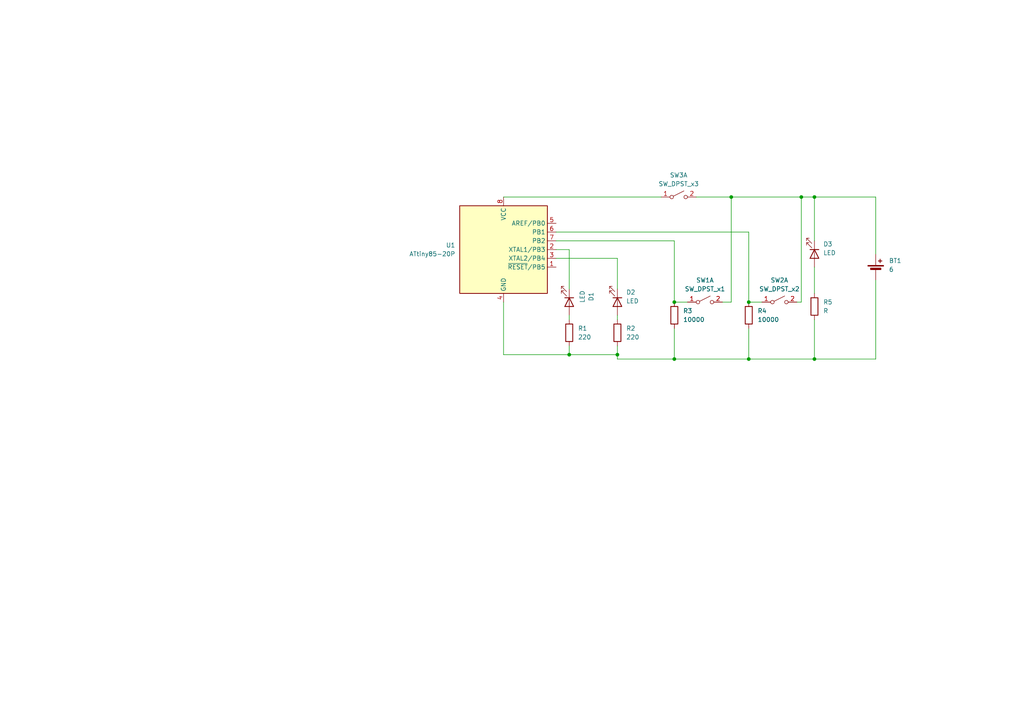
<source format=kicad_sch>
(kicad_sch (version 20231120) (generator "eeschema") (generator_version "8.0")
  (paper "A4")
  (lib_symbols
    (symbol "Device:Battery_Cell" (pin_numbers hide) (pin_names (offset 0) hide)
      (property "Reference" "BT" (at 2.54 2.54 0))
      (property "Value" "Battery_Cell" (at 2.54 0 0))
      (symbol "Battery_Cell_0_1"
        (rectangle (start -2.286 1.778) (end 2.286 1.524) (fill (type outline)))
        (rectangle (start -1.524 1.016) (end 1.524 0.508) (fill (type outline)))
        (polyline (pts (xy 0 0.762) (xy 0 0)))
        (polyline (pts (xy 0 1.778) (xy 0 2.54)))
        (polyline (pts (xy 0.762 3.048) (xy 1.778 3.048)) (stroke (width 0.254)))
        (polyline (pts (xy 1.27 3.556) (xy 1.27 2.54)) (stroke (width 0.254)))
      )
      (symbol "Battery_Cell_1_1"
        (pin passive line (at 0 5.08 270) (length 2.54) (name "+") (number "1"))
        (pin passive line (at 0 -2.54 90) (length 2.54) (name "-") (number "2"))
      )
    )
    (symbol "Device:LED" (pin_numbers hide) (pin_names (offset 1.016) hide)
      (property "Reference" "D" (at 0 2.54 0))
      (property "Value" "LED" (at 0 -2.54 0))
      (symbol "LED_0_1"
        (polyline (pts (xy -1.27 -1.27) (xy -1.27 1.27)) (stroke (width 0.254)))
        (polyline (pts (xy -1.27 0) (xy 1.27 0)))
        (polyline (pts (xy 1.27 -1.27) (xy 1.27 1.27) (xy -1.27 0) (xy 1.27 -1.27)) (stroke (width 0.254)))
        (polyline (pts (xy -3.048 -0.762) (xy -4.572 -2.286) (xy -3.81 -2.286) (xy -4.572 -2.286) (xy -4.572 -1.524)))
        (polyline (pts (xy -1.778 -0.762) (xy -3.302 -2.286) (xy -2.54 -2.286) (xy -3.302 -2.286) (xy -3.302 -1.524)))
      )
      (symbol "LED_1_1"
        (pin passive line (at -3.81 0 0) (length 2.54) (name "K") (number "1"))
        (pin passive line (at 3.81 0 180) (length 2.54) (name "A") (number "2"))
      )
    )
    (symbol "Device:R" (pin_numbers hide) (pin_names (offset 0))
      (property "Reference" "R" (at 2.032 0 90))
      (property "Value" "R" (at 0 0 90))
      (symbol "R_0_1"
        (rectangle (start -1.016 -2.54) (end 1.016 2.54) (stroke (width 0.254)))
      )
      (symbol "R_1_1"
        (pin passive line (at 0 3.81 270) (length 1.27) (name "~") (number "1"))
        (pin passive line (at 0 -3.81 90) (length 1.27) (name "~") (number "2"))
      )
    )
    (symbol "MCU_Microchip_ATtiny:ATtiny85-20P"
      (property "Reference" "U" (at -12.7 13.97 0))
      (property "Value" "ATtiny85-20P" (at 2.54 -13.97 0))
      (symbol "ATtiny85-20P_0_1"
        (rectangle (start -12.7 -12.7) (end 12.7 12.7) (stroke (width 0.254)) (fill (type background)))
      )
      (symbol "ATtiny85-20P_1_1"
        (pin bidirectional line (at 15.24 -5.08 180) (length 2.54) (name "~{RESET}/PB5") (number "1"))
        (pin bidirectional line (at 15.24 0 180) (length 2.54) (name "XTAL1/PB3") (number "2"))
        (pin bidirectional line (at 15.24 -2.54 180) (length 2.54) (name "XTAL2/PB4") (number "3"))
        (pin power_in line (at 0 -15.24 90) (length 2.54) (name "GND") (number "4"))
        (pin bidirectional line (at 15.24 7.62 180) (length 2.54) (name "AREF/PB0") (number "5"))
        (pin bidirectional line (at 15.24 5.08 180) (length 2.54) (name "PB1") (number "6"))
        (pin bidirectional line (at 15.24 2.54 180) (length 2.54) (name "PB2") (number "7"))
        (pin power_in line (at 0 15.24 270) (length 2.54) (name "VCC") (number "8"))
      )
    )
    (symbol "Switch:SW_DPST_x2" (pin_names (offset 0) hide)
      (property "Reference" "SW" (at 0 3.175 0))
      (property "Value" "SW_DPST_x2" (at 0 -2.54 0))
      (symbol "SW_DPST_x2_0_0"
        (circle (center -2.032 0) (radius 0.508))
        (polyline (pts (xy -1.524 0.254) (xy 1.524 1.778)))
        (circle (center 2.032 0) (radius 0.508))
      )
      (symbol "SW_DPST_x2_1_1"
        (pin passive line (at -5.08 0 0) (length 2.54) (name "A") (number "1"))
        (pin passive line (at 5.08 0 180) (length 2.54) (name "B") (number "2"))
      )
      (symbol "SW_DPST_x2_2_1"
        (pin passive line (at -5.08 0 0) (length 2.54) (name "A") (number "3"))
        (pin passive line (at 5.08 0 180) (length 2.54) (name "B") (number "4"))
      )
    )
  )
  (junction (at 212.09 57.15))
  (junction (at 165.1 102.87))
  (junction (at 236.22 57.15))
  (junction (at 179.07 102.87))
  (junction (at 195.58 104.14))
  (junction (at 232.41 57.15))
  (junction (at 217.17 104.14))
  (junction (at 195.58 87.63))
  (junction (at 236.22 104.14))
  (junction (at 217.17 87.63))
  (wire (pts (xy 236.22 77.47) (xy 236.22 85.09)))
  (wire (pts (xy 212.09 57.15) (xy 232.41 57.15)))
  (wire (pts (xy 179.07 91.44) (xy 179.07 92.71)))
  (wire (pts (xy 236.22 57.15) (xy 254 57.15)))
  (wire (pts (xy 146.05 87.63) (xy 146.05 102.87)))
  (wire (pts (xy 209.55 87.63) (xy 212.09 87.63)))
  (wire (pts (xy 195.58 87.63) (xy 195.58 69.85)))
  (wire (pts (xy 165.1 72.39) (xy 161.29 72.39)))
  (wire (pts (xy 146.05 102.87) (xy 165.1 102.87)))
  (wire (pts (xy 179.07 104.14) (xy 195.58 104.14)))
  (wire (pts (xy 165.1 102.87) (xy 179.07 102.87)))
  (wire (pts (xy 212.09 87.63) (xy 212.09 57.15)))
  (wire (pts (xy 217.17 67.31) (xy 161.29 67.31)))
  (wire (pts (xy 220.98 87.63) (xy 217.17 87.63)))
  (wire (pts (xy 254 81.28) (xy 254 104.14)))
  (wire (pts (xy 165.1 83.82) (xy 165.1 72.39)))
  (wire (pts (xy 217.17 104.14) (xy 236.22 104.14)))
  (wire (pts (xy 232.41 57.15) (xy 236.22 57.15)))
  (wire (pts (xy 217.17 95.25) (xy 217.17 104.14)))
  (wire (pts (xy 236.22 104.14) (xy 254 104.14)))
  (wire (pts (xy 195.58 104.14) (xy 217.17 104.14)))
  (wire (pts (xy 179.07 104.14) (xy 179.07 102.87)))
  (wire (pts (xy 179.07 74.93) (xy 161.29 74.93)))
  (wire (pts (xy 236.22 57.15) (xy 236.22 69.85)))
  (wire (pts (xy 146.05 57.15) (xy 191.77 57.15)))
  (wire (pts (xy 195.58 69.85) (xy 161.29 69.85)))
  (wire (pts (xy 195.58 95.25) (xy 195.58 104.14)))
  (wire (pts (xy 201.93 57.15) (xy 212.09 57.15)))
  (wire (pts (xy 232.41 87.63) (xy 232.41 57.15)))
  (wire (pts (xy 165.1 102.87) (xy 165.1 100.33)))
  (wire (pts (xy 165.1 91.44) (xy 165.1 92.71)))
  (wire (pts (xy 179.07 74.93) (xy 179.07 83.82)))
  (wire (pts (xy 199.39 87.63) (xy 195.58 87.63)))
  (wire (pts (xy 254 73.66) (xy 254 57.15)))
  (wire (pts (xy 179.07 100.33) (xy 179.07 102.87)))
  (wire (pts (xy 231.14 87.63) (xy 232.41 87.63)))
  (wire (pts (xy 236.22 92.71) (xy 236.22 104.14)))
  (wire (pts (xy 217.17 87.63) (xy 217.17 67.31)))
  (symbol (lib_id "Device:R") (at 179.07 96.52 0) (unit 1)
    (property "Reference" "R2" (at 181.61 95.2499 0) (effects (justify left)))
    (property "Value" "220" (at 181.61 97.7899 0) (effects (justify left)))
    (property "Footprint" "Resistor_THT:R_Axial_DIN0617_L17.0mm_D6.0mm_P30.48mm_Horizontal" (effects (hide yes)))
    (property "Description" "Resistor" (effects (hide yes)))
  )
  (symbol (lib_id "Switch:SW_DPST_x2") (at 226.06 87.63 0) (unit 1)
    (property "Reference" "SW2" (at 226.06 81.28 0))
    (property "Value" "SW_DPST_x2" (at 226.06 83.82 0))
    (property "Footprint" "Button_Switch_SMD:SW_SPST_REED_CT05-XXXX-G1" (effects (hide yes)))
    (property "Description" "Single Pole Single Throw (SPST) switch, separate symbol" (effects (hide yes)))
  )
  (symbol (lib_id "Device:R") (at 236.22 88.9 0) (unit 1)
    (property "Reference" "R5" (at 238.76 87.6299 0) (effects (justify left)))
    (property "Value" "R" (at 238.76 90.1699 0) (effects (justify left)))
    (property "Footprint" "Resistor_THT:R_Axial_DIN0617_L17.0mm_D6.0mm_P30.48mm_Horizontal" (effects (hide yes)))
    (property "Description" "Resistor" (effects (hide yes)))
  )
  (symbol (lib_id "Device:R") (at 217.17 91.44 0) (unit 1)
    (property "Reference" "R4" (at 219.71 90.1699 0) (effects (justify left)))
    (property "Value" "10000" (at 219.71 92.7099 0) (effects (justify left)))
    (property "Footprint" "Resistor_THT:R_Axial_DIN0617_L17.0mm_D6.0mm_P30.48mm_Horizontal" (effects (hide yes)))
    (property "Description" "Resistor" (effects (hide yes)))
  )
  (symbol (lib_id "Device:R") (at 195.58 91.44 0) (unit 1)
    (property "Reference" "R3" (at 198.12 90.1699 0) (effects (justify left)))
    (property "Value" "10000" (at 198.12 92.7099 0) (effects (justify left)))
    (property "Footprint" "Resistor_THT:R_Axial_DIN0617_L17.0mm_D6.0mm_P30.48mm_Horizontal" (effects (hide yes)))
    (property "Description" "Resistor" (effects (hide yes)))
  )
  (symbol (lib_id "Device:Battery_Cell") (at 254 78.74 0) (unit 1)
    (property "Reference" "BT1" (at 257.81 75.6284 0) (effects (justify left)))
    (property "Value" "6" (at 257.81 78.1684 0) (effects (justify left)))
    (property "Footprint" "Battery:BatteryHolder_Keystone_1042_1x18650" (effects (hide yes)))
    (property "Description" "Single-cell battery" (effects (hide yes)))
  )
  (symbol (lib_id "Switch:SW_DPST_x2") (at 196.85 57.15 0) (unit 1)
    (property "Reference" "SW3" (at 196.85 50.8 0))
    (property "Value" "SW_DPST_x3" (at 196.85 53.34 0))
    (property "Footprint" "Button_Switch_SMD:SW_SPST_REED_CT05-XXXX-G1" (effects (hide yes)))
    (property "Description" "Single Pole Single Throw (SPST) switch, separate symbol" (effects (hide yes)))
  )
  (symbol (lib_id "MCU_Microchip_ATtiny:ATtiny85-20P") (at 146.05 72.39 0) (unit 1)
    (property "Reference" "U1" (at 132.08 71.1199 0) (effects (justify right)))
    (property "Value" "ATtiny85-20P" (at 132.08 73.6599 0) (effects (justify right)))
    (property "Footprint" "Package_DIP:DIP-8_W7.62mm" (effects (hide yes)))
    (property "Datasheet" "http://ww1.microchip.com/downloads/en/DeviceDoc/atmel-2586-avr-8-bit-microcontroller-attiny25-attiny45-attiny85_datasheet.pdf" (effects (hide yes)))
    (property "Description" "20MHz, 8kB Flash, 512B SRAM, 512B EEPROM, debugWIRE, DIP-8" (effects (hide yes)))
  )
  (symbol (lib_id "Device:R") (at 165.1 96.52 0) (unit 1)
    (property "Reference" "R1" (at 167.64 95.2499 0) (effects (justify left)))
    (property "Value" "220" (at 167.64 97.7899 0) (effects (justify left)))
    (property "Footprint" "Resistor_THT:R_Axial_DIN0617_L17.0mm_D6.0mm_P30.48mm_Horizontal" (effects (hide yes)))
    (property "Description" "Resistor" (effects (hide yes)))
  )
  (symbol (lib_id "Switch:SW_DPST_x2") (at 204.47 87.63 0) (unit 1)
    (property "Reference" "SW1" (at 204.47 81.28 0))
    (property "Value" "SW_DPST_x1" (at 204.47 83.82 0))
    (property "Footprint" "Button_Switch_SMD:SW_SPST_REED_CT05-XXXX-G1" (effects (hide yes)))
    (property "Description" "Single Pole Single Throw (SPST) switch, separate symbol" (effects (hide yes)))
  )
  (symbol (lib_id "Device:LED") (at 165.1 87.63 270) (unit 1)
    (property "Reference" "D1" (at 171.45 86.0425 0))
    (property "Value" "LED" (at 168.91 86.0425 0))
    (property "Footprint" "LED_THT:LED_D3.0mm_Clear" (effects (hide yes)))
    (property "Description" "Light emitting diode" (effects (hide yes)))
  )
  (symbol (lib_id "Device:LED") (at 236.22 73.66 270) (unit 1)
    (property "Reference" "D3" (at 238.76 70.8024 90) (effects (justify left)))
    (property "Value" "LED" (at 238.76 73.3424 90) (effects (justify left)))
    (property "Footprint" "LED_THT:LED_D3.0mm_Clear" (effects (hide yes)))
    (property "Description" "Light emitting diode" (effects (hide yes)))
  )
  (symbol (lib_id "Device:LED") (at 179.07 87.63 270) (unit 1)
    (property "Reference" "D2" (at 181.61 84.7724 90) (effects (justify left)))
    (property "Value" "LED" (at 181.61 87.3124 90) (effects (justify left)))
    (property "Footprint" "LED_THT:LED_D3.0mm_Clear" (effects (hide yes)))
    (property "Description" "Light emitting diode" (effects (hide yes)))
  )
)
</source>
